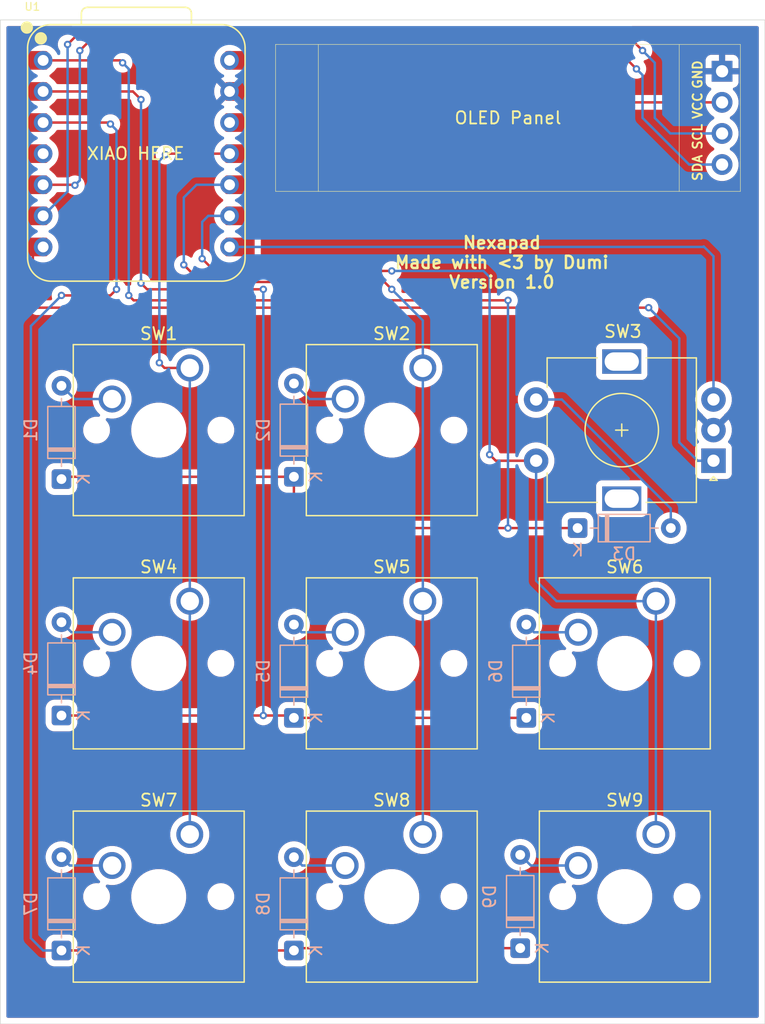
<source format=kicad_pcb>
(kicad_pcb (version 20241229) (generator "pcbnew") (generator_version "9.0")
  (layers (0 "F.Cu" signal) (2 "B.Cu" signal) (13 "F.Paste" user) (15 "B.Paste" user) (5 "F.SilkS" user "F.Silkscreen") (7 "B.SilkS" user "B.Silkscreen") (1 "F.Mask" user) (3 "B.Mask" user) (25 "Edge.Cuts" user))
  (net 0 "")
  (net 1 "Net-(SSD1306_OLED1-SDA)")
  (net 2 "Net-(SSD1306_OLED1-SCL)")
  (net 3 "+3V3")
  (net 4 "GND")
  (net 7 "ROW1")
  (net 8 "Net-(D1-A)")
  (net 9 "Net-(D2-A)")
  (net 10 "Net-(D3-A)")
  (net 11 "Net-(D4-A)")
  (net 12 "ROW2")
  (net 13 "Net-(D5-A)")
  (net 14 "Net-(D6-A)")
  (net 15 "Net-(D7-A)")
  (net 16 "ROW3")
  (net 17 "Net-(D8-A)")
  (net 18 "Net-(D9-A)")
  (net 19 "COL1")
  (net 20 "COL2")
  (net 21 "COL3")
  (net 22 "R_ENC_B")
  (net 23 "R_ENC_A")
  (footprint "Button_Switch_Keyboard:SW_Cherry_MX_1.00u_PCB" (layer "F.Cu") (at 53.99 75.47)
    (property "Reference" "SW4" (at -2.54 -2.794 0) (layer "F.SilkS"))
    (property "Value" "SW_Push_45deg")
    (fp_line (start -9.525 -1.905) (end 4.445 -1.905) (stroke (width 0.12)) (layer "F.SilkS"))
    (fp_line (start -9.525 12.065) (end -9.525 -1.905) (stroke (width 0.12)) (layer "F.SilkS"))
    (fp_line (start 4.445 -1.905) (end 4.445 12.065) (stroke (width 0.12)) (layer "F.SilkS"))
    (fp_line (start 4.445 12.065) (end -9.525 12.065) (stroke (width 0.12)) (layer "F.SilkS"))
    (pad "" np_thru_hole circle (at -7.62 5.08) (size 1.7 1.7) (drill 1.7) (layers "*.Cu" "*.Mask"))
    (pad "" np_thru_hole circle (at -2.54 5.08) (size 4 4) (drill 4) (layers "*.Cu" "*.Mask"))
    (pad "" np_thru_hole circle (at 2.54 5.08) (size 1.7 1.7) (drill 1.7) (layers "*.Cu" "*.Mask"))
    (pad "1" thru_hole circle (at 0 0) (size 2.2 2.2) (drill 1.5) (layers "*.Cu" "*.Mask") (net 19 "COL1"))
    (pad "2" thru_hole circle (at -6.35 2.54) (size 2.2 2.2) (drill 1.5) (layers "*.Cu" "*.Mask") (net 11 "Net-(D4-A)"))
  )
  (footprint "Button_Switch_Keyboard:SW_Cherry_MX_1.00u_PCB" (layer "F.Cu") (at 73.04 56.42)
    (property "Reference" "SW2" (at -2.54 -2.794 0) (layer "F.SilkS"))
    (property "Value" "SW_Push_45deg")
    (fp_line (start -9.525 -1.905) (end 4.445 -1.905) (stroke (width 0.12)) (layer "F.SilkS"))
    (fp_line (start -9.525 12.065) (end -9.525 -1.905) (stroke (width 0.12)) (layer "F.SilkS"))
    (fp_line (start 4.445 -1.905) (end 4.445 12.065) (stroke (width 0.12)) (layer "F.SilkS"))
    (fp_line (start 4.445 12.065) (end -9.525 12.065) (stroke (width 0.12)) (layer "F.SilkS"))
    (pad "" np_thru_hole circle (at -7.62 5.08) (size 1.7 1.7) (drill 1.7) (layers "*.Cu" "*.Mask"))
    (pad "" np_thru_hole circle (at -2.54 5.08) (size 4 4) (drill 4) (layers "*.Cu" "*.Mask"))
    (pad "" np_thru_hole circle (at 2.54 5.08) (size 1.7 1.7) (drill 1.7) (layers "*.Cu" "*.Mask"))
    (pad "1" thru_hole circle (at 0 0) (size 2.2 2.2) (drill 1.5) (layers "*.Cu" "*.Mask") (net 20 "COL2"))
    (pad "2" thru_hole circle (at -6.35 2.54) (size 2.2 2.2) (drill 1.5) (layers "*.Cu" "*.Mask") (net 9 "Net-(D2-A)"))
  )
  (footprint "Button_Switch_Keyboard:SW_Cherry_MX_1.00u_PCB" (layer "F.Cu") (at 53.99 94.52)
    (property "Reference" "SW7" (at -2.54 -2.794 0) (layer "F.SilkS"))
    (property "Value" "SW_Push_45deg")
    (fp_line (start -9.525 -1.905) (end 4.445 -1.905) (stroke (width 0.12)) (layer "F.SilkS"))
    (fp_line (start -9.525 12.065) (end -9.525 -1.905) (stroke (width 0.12)) (layer "F.SilkS"))
    (fp_line (start 4.445 -1.905) (end 4.445 12.065) (stroke (width 0.12)) (layer "F.SilkS"))
    (fp_line (start 4.445 12.065) (end -9.525 12.065) (stroke (width 0.12)) (layer "F.SilkS"))
    (pad "" np_thru_hole circle (at -7.62 5.08) (size 1.7 1.7) (drill 1.7) (layers "*.Cu" "*.Mask"))
    (pad "" np_thru_hole circle (at -2.54 5.08) (size 4 4) (drill 4) (layers "*.Cu" "*.Mask"))
    (pad "" np_thru_hole circle (at 2.54 5.08) (size 1.7 1.7) (drill 1.7) (layers "*.Cu" "*.Mask"))
    (pad "1" thru_hole circle (at 0 0) (size 2.2 2.2) (drill 1.5) (layers "*.Cu" "*.Mask") (net 19 "COL1"))
    (pad "2" thru_hole circle (at -6.35 2.54) (size 2.2 2.2) (drill 1.5) (layers "*.Cu" "*.Mask") (net 15 "Net-(D7-A)"))
  )
  (footprint "OPL:XIAO-RP2040-DIP" (layer "F.Cu") (at 49.62 38.92)
    (property "Reference" "U1" (at -8.5 -12 0) (layer "F.SilkS") (effects (font (size 0.635 0.635) (thickness 0.1016))))
    (property "Value" "XIAO-RP2040-DIP")
    (fp_line (start -8.89 8.509) (end -8.89 -8.636) (stroke (width 0.127)) (layer "F.SilkS"))
    (fp_line (start -6.985 10.414) (end 6.985 10.414) (stroke (width 0.127)) (layer "F.SilkS"))
    (fp_line (start -4.495 -10.541) (end -4.491272 -11.451272) (stroke (width 0.127)) (layer "F.SilkS"))
    (fp_line (start -3.991272 -11.951) (end 4.004 -11.951) (stroke (width 0.127)) (layer "F.SilkS"))
    (fp_line (start 4.504 -11.451) (end 4.504 -10.541) (stroke (width 0.127)) (layer "F.SilkS"))
    (fp_line (start 6.985 -10.541) (end -6.985 -10.541) (stroke (width 0.1)) (layer "F.SilkS"))
    (fp_line (start 6.985 -10.541) (end -6.985 -10.541) (stroke (width 0.127)) (layer "F.SilkS"))
    (fp_line (start 8.89 8.509) (end 8.89 -8.636) (stroke (width 0.127)) (layer "F.SilkS"))
    (fp_arc (start -8.89 -8.636) (mid -8.332038 -9.983038) (end -6.985 -10.541) (stroke (width 0.127)) (layer "F.SilkS"))
    (fp_arc (start -6.985 10.414) (mid -8.332038 9.856038) (end -8.89 8.509) (stroke (width 0.127)) (layer "F.SilkS"))
    (fp_arc (start -4.491272 -11.451272) (mid -4.344728 -11.80464) (end -3.991272 -11.951) (stroke (width 0.127)) (layer "F.SilkS"))
    (fp_arc (start 4.004 -11.951) (mid 4.357553 -11.804553) (end 4.504 -11.451) (stroke (width 0.127)) (layer "F.SilkS"))
    (fp_arc (start 6.985 -10.541) (mid 8.332038 -9.983038) (end 8.89 -8.636) (stroke (width 0.127)) (layer "F.SilkS"))
    (fp_arc (start 8.89 8.509) (mid 8.332038 9.856038) (end 6.985 10.414) (stroke (width 0.127)) (layer "F.SilkS"))
    (fp_circle (center -8.95 -10.3) (end -8.95 -10.554) (stroke (width 0.5)) (fill yes) (layer "F.SilkS"))
    (fp_circle (center -7.807 -9.42) (end -7.807 -9.674) (stroke (width 0.5)) (fill yes) (layer "F.SilkS"))
    (pad "1" smd roundrect (at -8.455 -7.62 180) (size 2.432 1.524) (layers "F.Cu" "F.Mask") (roundrect_rratio 0.1) (net 7 "ROW1"))
    (pad "1" thru_hole circle (at -7.62 -7.62 180) (size 1.524 1.524) (drill 0.889) (layers "*.Cu" "*.Mask") (net 7 "ROW1"))
    (pad "2" smd roundrect (at -8.455 -5.08 180) (size 2.432 1.524) (layers "F.Cu" "F.Mask") (roundrect_rratio 0.1) (net 12 "ROW2"))
    (pad "2" thru_hole circle (at -7.62 -5.08 180) (size 1.524 1.524) (drill 0.889) (layers "*.Cu" "*.Mask") (net 12 "ROW2"))
    (pad "3" smd roundrect (at -8.455 -2.54 180) (size 2.432 1.524) (layers "F.Cu" "F.Mask") (roundrect_rratio 0.1) (net 16 "ROW3"))
    (pad "3" thru_hole circle (at -7.62 -2.54 180) (size 1.524 1.524) (drill 0.889) (layers "*.Cu" "*.Mask") (net 16 "ROW3"))
    (pad "4" smd roundrect (at -8.455 0 180) (size 2.432 1.524) (layers "F.Cu" "F.Mask") (roundrect_rratio 0.1))
    (pad "4" thru_hole circle (at -7.62 0 180) (size 1.524 1.524) (drill 0.889) (layers "*.Cu" "*.Mask"))
    (pad "5" smd roundrect (at -8.455 2.54 180) (size 2.432 1.524) (layers "F.Cu" "F.Mask") (roundrect_rratio 0.1) (net 1 "Net-(SSD1306_OLED1-SDA)"))
    (pad "5" thru_hole circle (at -7.62 2.54 180) (size 1.524 1.524) (drill 0.889) (layers "*.Cu" "*.Mask") (net 1 "Net-(SSD1306_OLED1-SDA)"))
    (pad "6" smd roundrect (at -8.455 5.08 180) (size 2.432 1.524) (layers "F.Cu" "F.Mask") (roundrect_rratio 0.1) (net 2 "Net-(SSD1306_OLED1-SCL)"))
    (pad "6" thru_hole circle (at -7.62 5.08 180) (size 1.524 1.524) (drill 0.889) (layers "*.Cu" "*.Mask") (net 2 "Net-(SSD1306_OLED1-SCL)"))
    (pad "7" smd roundrect (at -8.455 7.62 180) (size 2.432 1.524) (layers "F.Cu" "F.Mask") (roundrect_rratio 0.1) (net 23 "R_ENC_A"))
    (pad "7" thru_hole circle (at -7.62 7.62 180) (size 1.524 1.524) (drill 0.889) (layers "*.Cu" "*.Mask") (net 23 "R_ENC_A"))
    (pad "8" thru_hole circle (at 7.62 7.62) (size 1.524 1.524) (drill 0.889) (layers "*.Cu" "*.Mask") (net 22 "R_ENC_B"))
    (pad "8" smd roundrect (at 8.455 7.62) (size 2.432 1.524) (layers "F.Cu" "F.Mask") (roundrect_rratio 0.1) (net 22 "R_ENC_B"))
    (pad "9" thru_hole circle (at 7.62 5.08) (size 1.524 1.524) (drill 0.889) (layers "*.Cu" "*.Mask") (net 21 "COL3"))
    (pad "9" smd roundrect (at 8.455 5.08) (size 2.432 1.524) (layers "F.Cu" "F.Mask") (roundrect_rratio 0.1) (net 21 "COL3"))
    (pad "10" thru_hole circle (at 7.62 2.54) (size 1.524 1.524) (drill 0.889) (layers "*.Cu" "*.Mask") (net 20 "COL2"))
    (pad "10" smd roundrect (at 8.455 2.54) (size 2.432 1.524) (layers "F.Cu" "F.Mask") (roundrect_rratio 0.1) (net 20 "COL2"))
    (pad "11" thru_hole circle (at 7.62 0) (size 1.524 1.524) (drill 0.889) (layers "*.Cu" "*.Mask") (net 19 "COL1"))
    (pad "11" smd roundrect (at 8.455 0) (size 2.432 1.524) (layers "F.Cu" "F.Mask") (roundrect_rratio 0.1) (net 19 "COL1"))
    (pad "12" thru_hole circle (at 7.62 -2.54) (size 1.524 1.524) (drill 0.889) (layers "*.Cu" "*.Mask") (net 3 "+3V3"))
    (pad "12" smd roundrect (at 8.455 -2.54) (size 2.432 1.524) (layers "F.Cu" "F.Mask") (roundrect_rratio 0.1) (net 3 "+3V3"))
    (pad "13" thru_hole circle (at 7.62 -5.08) (size 1.524 1.524) (drill 0.889) (layers "*.Cu" "*.Mask") (net 4 "GND"))
    (pad "13" smd roundrect (at 8.455 -5.08) (size 2.432 1.524) (layers "F.Cu" "F.Mask") (roundrect_rratio 0.1) (net 4 "GND"))
    (pad "14" thru_hole circle (at 7.62 -7.62) (size 1.524 1.524) (drill 0.889) (layers "*.Cu" "*.Mask"))
    (pad "14" smd roundrect (at 8.455 -7.62) (size 2.432 1.524) (layers "F.Cu" "F.Mask") (roundrect_rratio 0.1))
  )
  (footprint "Button_Switch_Keyboard:SW_Cherry_MX_1.00u_PCB" (layer "F.Cu") (at 73.04 75.47)
    (property "Reference" "SW5" (at -2.54 -2.794 0) (layer "F.SilkS"))
    (property "Value" "SW_Push_45deg")
    (fp_line (start -9.525 -1.905) (end 4.445 -1.905) (stroke (width 0.12)) (layer "F.SilkS"))
    (fp_line (start -9.525 12.065) (end -9.525 -1.905) (stroke (width 0.12)) (layer "F.SilkS"))
    (fp_line (start 4.445 -1.905) (end 4.445 12.065) (stroke (width 0.12)) (layer "F.SilkS"))
    (fp_line (start 4.445 12.065) (end -9.525 12.065) (stroke (width 0.12)) (layer "F.SilkS"))
    (pad "" np_thru_hole circle (at -7.62 5.08) (size 1.7 1.7) (drill 1.7) (layers "*.Cu" "*.Mask"))
    (pad "" np_thru_hole circle (at -2.54 5.08) (size 4 4) (drill 4) (layers "*.Cu" "*.Mask"))
    (pad "" np_thru_hole circle (at 2.54 5.08) (size 1.7 1.7) (drill 1.7) (layers "*.Cu" "*.Mask"))
    (pad "1" thru_hole circle (at 0 0) (size 2.2 2.2) (drill 1.5) (layers "*.Cu" "*.Mask") (net 20 "COL2"))
    (pad "2" thru_hole circle (at -6.35 2.54) (size 2.2 2.2) (drill 1.5) (layers "*.Cu" "*.Mask") (net 13 "Net-(D5-A)"))
  )
  (footprint "CustomStuff:SSD1306-0.91-OLED" (layer "F.Cu") (at 61 30)
    (property "Reference" "SSD1306_OLED1" (hide yes))
    (property "Value" "~" (hide yes))
    (fp_line (start 0 0) (end 0 12) (stroke (width 0.04)) (layer "F.SilkS"))
    (fp_line (start 0 12) (end 38 12) (stroke (width 0.04)) (layer "F.SilkS"))
    (fp_line (start 3.5 0) (end 3.5 12) (stroke (width 0.04)) (layer "F.SilkS"))
    (fp_line (start 33 0) (end 33 12) (stroke (width 0.04)) (layer "F.SilkS"))
    (fp_line (start 38 0) (end 0 0) (stroke (width 0.04)) (layer "F.SilkS"))
    (fp_line (start 38 12) (end 38 0) (stroke (width 0.04)) (layer "F.SilkS"))
    (fp_text user "GND" (at 34.5 2.46 270) (layer "F.SilkS") (effects (font (size 0.75 0.75))))
    (fp_text user "SDA" (at 34.5 10.08 270) (layer "F.SilkS") (effects (font (size 0.75 0.75))))
    (fp_text user "SCL" (at 34.5 7.54 270) (layer "F.SilkS") (effects (font (size 0.75 0.75))))
    (fp_text user "VCC" (at 34.5 5 270) (layer "F.SilkS") (effects (font (size 0.75 0.75))))
    (fp_text user "OLED Panel" (at 19 6 0) (layer "F.SilkS"))
    (pad "1" thru_hole rect (at 36.5 2.19) (size 1.7 1.7) (drill 1) (layers "*.Cu" "*.Mask") (net 4 "GND"))
    (pad "2" thru_hole oval (at 36.5 4.73) (size 1.7 1.7) (drill 1) (layers "*.Cu" "*.Mask") (net 3 "+3V3"))
    (pad "3" thru_hole oval (at 36.5 7.27) (size 1.7 1.7) (drill 1) (layers "*.Cu" "*.Mask") (net 2 "Net-(SSD1306_OLED1-SCL)"))
    (pad "4" thru_hole oval (at 36.5 9.81) (size 1.7 1.7) (drill 1) (layers "*.Cu" "*.Mask") (net 1 "Net-(SSD1306_OLED1-SDA)"))
  )
  (footprint "Button_Switch_Keyboard:SW_Cherry_MX_1.00u_PCB" (layer "F.Cu") (at 73.04 94.52)
    (property "Reference" "SW8" (at -2.54 -2.794 0) (layer "F.SilkS"))
    (property "Value" "SW_Push_45deg")
    (fp_line (start -9.525 -1.905) (end 4.445 -1.905) (stroke (width 0.12)) (layer "F.SilkS"))
    (fp_line (start -9.525 12.065) (end -9.525 -1.905) (stroke (width 0.12)) (layer "F.SilkS"))
    (fp_line (start 4.445 -1.905) (end 4.445 12.065) (stroke (width 0.12)) (layer "F.SilkS"))
    (fp_line (start 4.445 12.065) (end -9.525 12.065) (stroke (width 0.12)) (layer "F.SilkS"))
    (pad "" np_thru_hole circle (at -7.62 5.08) (size 1.7 1.7) (drill 1.7) (layers "*.Cu" "*.Mask"))
    (pad "" np_thru_hole circle (at -2.54 5.08) (size 4 4) (drill 4) (layers "*.Cu" "*.Mask"))
    (pad "" np_thru_hole circle (at 2.54 5.08) (size 1.7 1.7) (drill 1.7) (layers "*.Cu" "*.Mask"))
    (pad "1" thru_hole circle (at 0 0) (size 2.2 2.2) (drill 1.5) (layers "*.Cu" "*.Mask") (net 20 "COL2"))
    (pad "2" thru_hole circle (at -6.35 2.54) (size 2.2 2.2) (drill 1.5) (layers "*.Cu" "*.Mask") (net 17 "Net-(D8-A)"))
  )
  (footprint "Button_Switch_Keyboard:SW_Cherry_MX_1.00u_PCB" (layer "F.Cu") (at 92.09 94.52)
    (property "Reference" "SW9" (at -2.54 -2.794 0) (layer "F.SilkS"))
    (property "Value" "SW_Push_45deg")
    (fp_line (start -9.525 -1.905) (end 4.445 -1.905) (stroke (width 0.12)) (layer "F.SilkS"))
    (fp_line (start -9.525 12.065) (end -9.525 -1.905) (stroke (width 0.12)) (layer "F.SilkS"))
    (fp_line (start 4.445 -1.905) (end 4.445 12.065) (stroke (width 0.12)) (layer "F.SilkS"))
    (fp_line (start 4.445 12.065) (end -9.525 12.065) (stroke (width 0.12)) (layer "F.SilkS"))
    (pad "" np_thru_hole circle (at -7.62 5.08) (size 1.7 1.7) (drill 1.7) (layers "*.Cu" "*.Mask"))
    (pad "" np_thru_hole circle (at -2.54 5.08) (size 4 4) (drill 4) (layers "*.Cu" "*.Mask"))
    (pad "" np_thru_hole circle (at 2.54 5.08) (size 1.7 1.7) (drill 1.7) (layers "*.Cu" "*.Mask"))
    (pad "1" thru_hole circle (at 0 0) (size 2.2 2.2) (drill 1.5) (layers "*.Cu" "*.Mask") (net 21 "COL3"))
    (pad "2" thru_hole circle (at -6.35 2.54) (size 2.2 2.2) (drill 1.5) (layers "*.Cu" "*.Mask") (net 18 "Net-(D9-A)"))
  )
  (footprint "Button_Switch_Keyboard:SW_Cherry_MX_1.00u_PCB" (layer "F.Cu") (at 92.09 75.47)
    (property "Reference" "SW6" (at -2.54 -2.794 0) (layer "F.SilkS"))
    (property "Value" "SW_Push_45deg")
    (fp_line (start -9.525 -1.905) (end 4.445 -1.905) (stroke (width 0.12)) (layer "F.SilkS"))
    (fp_line (start -9.525 12.065) (end -9.525 -1.905) (stroke (width 0.12)) (layer "F.SilkS"))
    (fp_line (start 4.445 -1.905) (end 4.445 12.065) (stroke (width 0.12)) (layer "F.SilkS"))
    (fp_line (start 4.445 12.065) (end -9.525 12.065) (stroke (width 0.12)) (layer "F.SilkS"))
    (pad "" np_thru_hole circle (at -7.62 5.08) (size 1.7 1.7) (drill 1.7) (layers "*.Cu" "*.Mask"))
    (pad "" np_thru_hole circle (at -2.54 5.08) (size 4 4) (drill 4) (layers "*.Cu" "*.Mask"))
    (pad "" np_thru_hole circle (at 2.54 5.08) (size 1.7 1.7) (drill 1.7) (layers "*.Cu" "*.Mask"))
    (pad "1" thru_hole circle (at 0 0) (size 2.2 2.2) (drill 1.5) (layers "*.Cu" "*.Mask") (net 21 "COL3"))
    (pad "2" thru_hole circle (at -6.35 2.54) (size 2.2 2.2) (drill 1.5) (layers "*.Cu" "*.Mask") (net 14 "Net-(D6-A)"))
  )
  (footprint "Button_Switch_Keyboard:SW_Cherry_MX_1.00u_PCB" (layer "F.Cu") (at 53.99 56.42)
    (property "Reference" "SW1" (at -2.54 -2.794 0) (layer "F.SilkS"))
    (property "Value" "SW_Push_45deg")
    (fp_line (start -9.525 -1.905) (end 4.445 -1.905) (stroke (width 0.12)) (layer "F.SilkS"))
    (fp_line (start -9.525 12.065) (end -9.525 -1.905) (stroke (width 0.12)) (layer "F.SilkS"))
    (fp_line (start 4.445 -1.905) (end 4.445 12.065) (stroke (width 0.12)) (layer "F.SilkS"))
    (fp_line (start 4.445 12.065) (end -9.525 12.065) (stroke (width 0.12)) (layer "F.SilkS"))
    (pad "" np_thru_hole circle (at -7.62 5.08) (size 1.7 1.7) (drill 1.7) (layers "*.Cu" "*.Mask"))
    (pad "" np_thru_hole circle (at -2.54 5.08) (size 4 4) (drill 4) (layers "*.Cu" "*.Mask"))
    (pad "" np_thru_hole circle (at 2.54 5.08) (size 1.7 1.7) (drill 1.7) (layers "*.Cu" "*.Mask"))
    (pad "1" thru_hole circle (at 0 0) (size 2.2 2.2) (drill 1.5) (layers "*.Cu" "*.Mask") (net 19 "COL1"))
    (pad "2" thru_hole circle (at -6.35 2.54) (size 2.2 2.2) (drill 1.5) (layers "*.Cu" "*.Mask") (net 8 "Net-(D1-A)"))
  )
  (footprint "RotaryEncoder:RotaryEncoder_Alps_EC11E-Switch_Vertical_H20mm" (layer "F.Cu") (at 96.8 64 180)
    (property "Reference" "SW3" (at 7.40625 10.55625 0) (layer "F.SilkS"))
    (property "Value" "RotaryEncoder_Switch")
    (fp_line (start 13.6 8.4) (end 9.5 8.4) (stroke (width 0.12)) (layer "F.SilkS"))
    (fp_line (start 13.6 6) (end 13.6 8.4) (stroke (width 0.12)) (layer "F.SilkS"))
    (fp_line (start 13.6 1.2) (end 13.6 3.8) (stroke (width 0.12)) (layer "F.SilkS"))
    (fp_line (start 13.6 -3.4) (end 13.6 -1) (stroke (width 0.12)) (layer "F.SilkS"))
    (fp_line (start 9.5 -3.4) (end 13.6 -3.4) (stroke (width 0.12)) (layer "F.SilkS"))
    (fp_line (start 7.5 2) (end 7.5 3) (stroke (width 0.12)) (layer "F.SilkS"))
    (fp_line (start 7 2.5) (end 8 2.5) (stroke (width 0.12)) (layer "F.SilkS"))
    (fp_line (start 5.5 8.4) (end 1.4 8.4) (stroke (width 0.12)) (layer "F.SilkS"))
    (fp_line (start 5.5 -3.4) (end 1.4 -3.4) (stroke (width 0.12)) (layer "F.SilkS"))
    (fp_line (start 1.4 -3.4) (end 1.4 8.4) (stroke (width 0.12)) (layer "F.SilkS"))
    (fp_line (start 0.3 -1.6) (end 0 -1.3) (stroke (width 0.12)) (layer "F.SilkS"))
    (fp_line (start 0 -1.3) (end -0.3 -1.6) (stroke (width 0.12)) (layer "F.SilkS"))
    (fp_line (start -0.3 -1.6) (end 0.3 -1.6) (stroke (width 0.12)) (layer "F.SilkS"))
    (fp_circle (center 7.5 2.5) (end 10.5 2.5) (stroke (width 0.12)) (fill no) (layer "F.SilkS"))
    (pad "A" thru_hole rect (at 0 0 180) (size 2 2) (drill 1) (layers "*.Cu" "*.Mask") (net 23 "R_ENC_A"))
    (pad "B" thru_hole circle (at 0 5 180) (size 2 2) (drill 1) (layers "*.Cu" "*.Mask") (net 22 "R_ENC_B"))
    (pad "C" thru_hole circle (at 0 2.5 180) (size 2 2) (drill 1) (layers "*.Cu" "*.Mask") (net 4 "GND"))
    (pad "MP" thru_hole rect (at 7.5 -3.1 180) (size 3.2 2) (drill oval 2.8 1.5) (layers "*.Cu" "*.Mask"))
    (pad "MP" thru_hole rect (at 7.5 8.1 180) (size 3.2 2) (drill oval 2.8 1.5) (layers "*.Cu" "*.Mask"))
    (pad "S1" thru_hole circle (at 14.5 5 180) (size 2 2) (drill 1) (layers "*.Cu" "*.Mask") (net 10 "Net-(D3-A)"))
    (pad "S2" thru_hole circle (at 14.5 0 180) (size 2 2) (drill 1) (layers "*.Cu" "*.Mask") (net 21 "COL3"))
  )
  (footprint "Diode_THT:D_DO-35_SOD27_P7.62mm_Horizontal" (layer "B.Cu") (at 62.5 85 90)
    (property "Reference" "D5" (at 3.81 -2.5 90) (layer "B.SilkS") (effects (justify mirror)))
    (property "Value" "1N4148")
    (fp_line (start 6.58 0) (end 5.93 0) (stroke (width 0.12)) (layer "B.SilkS"))
    (fp_line (start 1.04 0) (end 1.69 0) (stroke (width 0.12)) (layer "B.SilkS"))
    (fp_line (start 2.53 1.12) (end 2.53 -1.12) (stroke (width 0.12)) (layer "B.SilkS"))
    (fp_line (start 2.41 1.12) (end 2.41 -1.12) (stroke (width 0.12)) (layer "B.SilkS"))
    (fp_line (start 2.29 1.12) (end 2.29 -1.12) (stroke (width 0.12)) (layer "B.SilkS"))
    (fp_rect (start 1.69 1.12) (end 5.93 -1.12) (stroke (width 0.12)) (fill no) (layer "B.SilkS"))
    (fp_text user "K" (at 0 1.8 90) (layer "B.SilkS") (effects (justify mirror)))
    (pad "1" thru_hole roundrect (at 0 0 90) (size 1.6 1.6) (drill 0.8) (layers "*.Cu" "*.Mask") (roundrect_rratio 0.15625) (net 12 "ROW2"))
    (pad "2" thru_hole circle (at 7.62 0 90) (size 1.6 1.6) (drill 0.8) (layers "*.Cu" "*.Mask") (net 13 "Net-(D5-A)"))
  )
  (footprint "Diode_THT:D_DO-35_SOD27_P7.62mm_Horizontal" (layer "B.Cu") (at 85.69 69.5)
    (property "Reference" "D3" (at 3.81 2.12 0) (layer "B.SilkS") (effects (justify mirror)))
    (property "Value" "1N4148")
    (fp_line (start 1.04 0) (end 1.69 0) (stroke (width 0.12)) (layer "B.SilkS"))
    (fp_line (start 2.29 1.12) (end 2.29 -1.12) (stroke (width 0.12)) (layer "B.SilkS"))
    (fp_line (start 2.41 1.12) (end 2.41 -1.12) (stroke (width 0.12)) (layer "B.SilkS"))
    (fp_line (start 2.53 1.12) (end 2.53 -1.12) (stroke (width 0.12)) (layer "B.SilkS"))
    (fp_line (start 6.58 0) (end 5.93 0) (stroke (width 0.12)) (layer "B.SilkS"))
    (fp_rect (start 1.69 1.12) (end 5.93 -1.12) (stroke (width 0.12)) (fill no) (layer "B.SilkS"))
    (fp_text user "K" (at 0 1.8 0) (layer "B.SilkS") (effects (justify mirror)))
    (pad "1" thru_hole roundrect (at 0 0) (size 1.6 1.6) (drill 0.8) (layers "*.Cu" "*.Mask") (roundrect_rratio 0.15625) (net 7 "ROW1"))
    (pad "2" thru_hole circle (at 7.62 0) (size 1.6 1.6) (drill 0.8) (layers "*.Cu" "*.Mask") (net 10 "Net-(D3-A)"))
  )
  (footprint "Diode_THT:D_DO-35_SOD27_P7.62mm_Horizontal" (layer "B.Cu") (at 43.5 84.81 90)
    (property "Reference" "D4" (at 4.26 -2.5 90) (layer "B.SilkS") (effects (justify mirror)))
    (property "Value" "1N4148")
    (fp_line (start 6.58 0) (end 5.93 0) (stroke (width 0.12)) (layer "B.SilkS"))
    (fp_line (start 1.04 0) (end 1.69 0) (stroke (width 0.12)) (layer "B.SilkS"))
    (fp_line (start 2.53 1.12) (end 2.53 -1.12) (stroke (width 0.12)) (layer "B.SilkS"))
    (fp_line (start 2.41 1.12) (end 2.41 -1.12) (stroke (width 0.12)) (layer "B.SilkS"))
    (fp_line (start 2.29 1.12) (end 2.29 -1.12) (stroke (width 0.12)) (layer "B.SilkS"))
    (fp_rect (start 1.69 1.12) (end 5.93 -1.12) (stroke (width 0.12)) (fill no) (layer "B.SilkS"))
    (fp_text user "K" (at 0 1.8 90) (layer "B.SilkS") (effects (justify mirror)))
    (pad "1" thru_hole roundrect (at 0 0 90) (size 1.6 1.6) (drill 0.8) (layers "*.Cu" "*.Mask") (roundrect_rratio 0.15625) (net 12 "ROW2"))
    (pad "2" thru_hole circle (at 7.62 0 90) (size 1.6 1.6) (drill 0.8) (layers "*.Cu" "*.Mask") (net 11 "Net-(D4-A)"))
  )
  (footprint "Diode_THT:D_DO-35_SOD27_P7.62mm_Horizontal" (layer "B.Cu") (at 43.5 65.5 90)
    (property "Reference" "D1" (at 4 -2.5 90) (layer "B.SilkS") (effects (justify mirror)))
    (property "Value" "1N4148")
    (fp_line (start 6.58 0) (end 5.93 0) (stroke (width 0.12)) (layer "B.SilkS"))
    (fp_line (start 1.04 0) (end 1.69 0) (stroke (width 0.12)) (layer "B.SilkS"))
    (fp_line (start 2.53 1.12) (end 2.53 -1.12) (stroke (width 0.12)) (layer "B.SilkS"))
    (fp_line (start 2.41 1.12) (end 2.41 -1.12) (stroke (width 0.12)) (layer "B.SilkS"))
    (fp_line (start 2.29 1.12) (end 2.29 -1.12) (stroke (width 0.12)) (layer "B.SilkS"))
    (fp_rect (start 1.69 1.12) (end 5.93 -1.12) (stroke (width 0.12)) (fill no) (layer "B.SilkS"))
    (fp_text user "K" (at 0 1.8 90) (layer "B.SilkS") (effects (justify mirror)))
    (pad "1" thru_hole roundrect (at 0 0 90) (size 1.6 1.6) (drill 0.8) (layers "*.Cu" "*.Mask") (roundrect_rratio 0.15625) (net 7 "ROW1"))
    (pad "2" thru_hole circle (at 7.62 0 90) (size 1.6 1.6) (drill 0.8) (layers "*.Cu" "*.Mask") (net 8 "Net-(D1-A)"))
  )
  (footprint "Diode_THT:D_DO-35_SOD27_P7.62mm_Horizontal" (layer "B.Cu") (at 81.5 85 90)
    (property "Reference" "D6" (at 3.81 -2.5 90) (layer "B.SilkS") (effects (justify mirror)))
    (property "Value" "1N4148")
    (fp_line (start 6.58 0) (end 5.93 0) (stroke (width 0.12)) (layer "B.SilkS"))
    (fp_line (start 1.04 0) (end 1.69 0) (stroke (width 0.12)) (layer "B.SilkS"))
    (fp_line (start 2.53 1.12) (end 2.53 -1.12) (stroke (width 0.12)) (layer "B.SilkS"))
    (fp_line (start 2.41 1.12) (end 2.41 -1.12) (stroke (width 0.12)) (layer "B.SilkS"))
    (fp_line (start 2.29 1.12) (end 2.29 -1.12) (stroke (width 0.12)) (layer "B.SilkS"))
    (fp_rect (start 1.69 1.12) (end 5.93 -1.12) (stroke (width 0.12)) (fill no) (layer "B.SilkS"))
    (fp_text user "K" (at 0 1.8 90) (layer "B.SilkS") (effects (justify mirror)))
    (pad "1" thru_hole roundrect (at 0 0 90) (size 1.6 1.6) (drill 0.8) (layers "*.Cu" "*.Mask") (roundrect_rratio 0.15625) (net 12 "ROW2"))
    (pad "2" thru_hole circle (at 7.62 0 90) (size 1.6 1.6) (drill 0.8) (layers "*.Cu" "*.Mask") (net 14 "Net-(D6-A)"))
  )
  (footprint "Diode_THT:D_DO-35_SOD27_P7.62mm_Horizontal" (layer "B.Cu") (at 62.5 65.31 90)
    (property "Reference" "D2" (at 3.81 -2.5 90) (layer "B.SilkS") (effects (justify mirror)))
    (property "Value" "1N4148")
    (fp_line (start 6.58 0) (end 5.93 0) (stroke (width 0.12)) (layer "B.SilkS"))
    (fp_line (start 1.04 0) (end 1.69 0) (stroke (width 0.12)) (layer "B.SilkS"))
    (fp_line (start 2.53 1.12) (end 2.53 -1.12) (stroke (width 0.12)) (layer "B.SilkS"))
    (fp_line (start 2.41 1.12) (end 2.41 -1.12) (stroke (width 0.12)) (layer "B.SilkS"))
    (fp_line (start 2.29 1.12) (end 2.29 -1.12) (stroke (width 0.12)) (layer "B.SilkS"))
    (fp_rect (start 1.69 1.12) (end 5.93 -1.12) (stroke (width 0.12)) (fill no) (layer "B.SilkS"))
    (fp_text user "K" (at 0 1.8 90) (layer "B.SilkS") (effects (justify mirror)))
    (pad "1" thru_hole roundrect (at 0 0 90) (size 1.6 1.6) (drill 0.8) (layers "*.Cu" "*.Mask") (roundrect_rratio 0.15625) (net 7 "ROW1"))
    (pad "2" thru_hole circle (at 7.62 0 90) (size 1.6 1.6) (drill 0.8) (layers "*.Cu" "*.Mask") (net 9 "Net-(D2-A)"))
  )
  (footprint "Diode_THT:D_DO-35_SOD27_P7.62mm_Horizontal" (layer "B.Cu") (at 43.5 104 90)
    (property "Reference" "D7" (at 3.81 -2.5 90) (layer "B.SilkS") (effects (justify mirror)))
    (property "Value" "1N4148")
    (fp_line (start 6.58 0) (end 5.93 0) (stroke (width 0.12)) (layer "B.SilkS"))
    (fp_line (start 1.04 0) (end 1.69 0) (stroke (width 0.12)) (layer "B.SilkS"))
    (fp_line (start 2.53 1.12) (end 2.53 -1.12) (stroke (width 0.12)) (layer "B.SilkS"))
    (fp_line (start 2.41 1.12) (end 2.41 -1.12) (stroke (width 0.12)) (layer "B.SilkS"))
    (fp_line (start 2.29 1.12) (end 2.29 -1.12) (stroke (width 0.12)) (layer "B.SilkS"))
    (fp_rect (start 1.69 1.12) (end 5.93 -1.12) (stroke (width 0.12)) (fill no) (layer "B.SilkS"))
    (fp_text user "K" (at 0 1.8 90) (layer "B.SilkS") (effects (justify mirror)))
    (pad "1" thru_hole roundrect (at 0 0 90) (size 1.6 1.6) (drill 0.8) (layers "*.Cu" "*.Mask") (roundrect_rratio 0.15625) (net 16 "ROW3"))
    (pad "2" thru_hole circle (at 7.62 0 90) (size 1.6 1.6) (drill 0.8) (layers "*.Cu" "*.Mask") (net 15 "Net-(D7-A)"))
  )
  (footprint "Diode_THT:D_DO-35_SOD27_P7.62mm_Horizontal" (layer "B.Cu") (at 81 103.81 90)
    (property "Reference" "D9" (at 4.21 -2.5 90) (layer "B.SilkS") (effects (justify mirror)))
    (property "Value" "1N4148")
    (fp_line (start 6.58 0) (end 5.93 0) (stroke (width 0.12)) (layer "B.SilkS"))
    (fp_line (start 1.04 0) (end 1.69 0) (stroke (width 0.12)) (layer "B.SilkS"))
    (fp_line (start 2.53 1.12) (end 2.53 -1.12) (stroke (width 0.12)) (layer "B.SilkS"))
    (fp_line (start 2.41 1.12) (end 2.41 -1.12) (stroke (width 0.12)) (layer "B.SilkS"))
    (fp_line (start 2.29 1.12) (end 2.29 -1.12) (stroke (width 0.12)) (layer "B.SilkS"))
    (fp_rect (start 1.69 1.12) (end 5.93 -1.12) (stroke (width 0.12)) (fill no) (layer "B.SilkS"))
    (fp_text user "K" (at 0 1.8 90) (layer "B.SilkS") (effects (justify mirror)))
    (pad "1" thru_hole roundrect (at 0 0 90) (size 1.6 1.6) (drill 0.8) (layers "*.Cu" "*.Mask") (roundrect_rratio 0.15625) (net 16 "ROW3"))
    (pad "2" thru_hole circle (at 7.62 0 90) (size 1.6 1.6) (drill 0.8) (layers "*.Cu" "*.Mask") (net 18 "Net-(D9-A)"))
  )
  (footprint "Diode_THT:D_DO-35_SOD27_P7.62mm_Horizontal" (layer "B.Cu") (at 62.5 104 90)
    (property "Reference" "D8" (at 3.81 -2.5 90) (layer "B.SilkS") (effects (justify mirror)))
    (property "Value" "1N4148")
    (fp_line (start 6.58 0) (end 5.93 0) (stroke (width 0.12)) (layer "B.SilkS"))
    (fp_line (start 1.04 0) (end 1.69 0) (stroke (width 0.12)) (layer "B.SilkS"))
    (fp_line (start 2.53 1.12) (end 2.53 -1.12) (stroke (width 0.12)) (layer "B.SilkS"))
    (fp_line (start 2.41 1.12) (end 2.41 -1.12) (stroke (width 0.12)) (layer "B.SilkS"))
    (fp_line (start 2.29 1.12) (end 2.29 -1.12) (stroke (width 0.12)) (layer "B.SilkS"))
    (fp_rect (start 1.69 1.12) (end 5.93 -1.12) (stroke (width 0.12)) (fill no) (layer "B.SilkS"))
    (fp_text user "K" (at 0 1.8 90) (layer "B.SilkS") (effects (justify mirror)))
    (pad "1" thru_hole roundrect (at 0 0 90) (size 1.6 1.6) (drill 0.8) (layers "*.Cu" "*.Mask") (roundrect_rratio 0.15625) (net 16 "ROW3"))
    (pad "2" thru_hole circle (at 7.62 0 90) (size 1.6 1.6) (drill 0.8) (layers "*.Cu" "*.Mask") (net 17 "Net-(D8-A)"))
  )
  (gr_rect (start 38.5 28) (end 101 110) (stroke (width 0.05)) (fill no) (layer "Edge.Cuts"))
  (gr_text "Nexapad\nMade with <3 by Dumi\nVersion 1.0" (at 79.5 50 0) (layer "F.SilkS") (effects (font (size 1 1) (thickness 0.2) (bold yes)) (justify bottom)))
  (gr_text "XIAO HERE" (at 45.5 39.5 0) (layer "F.SilkS") (effects (font (size 1 1)) (justify left bottom)))
  (segment (start 90.5 32) (end 88 29.5) (width 0.2) (layer "F.Cu") (net 1))
  (segment (start 44.6 41.5) (end 44.56 41.46) (width 0.2) (layer "F.Cu") (net 1))
  (segment (start 88 29.5) (end 46 29.5) (width 0.2) (layer "F.Cu") (net 1))
  (segment (start 44.56 41.46) (end 42 41.46) (width 0.2) (layer "F.Cu") (net 1))
  (segment (start 46 29.5) (end 45 30.5) (width 0.2) (layer "F.Cu") (net 1))
  (via (at 44.6 41.5) (size 0.6) (drill 0.3) (layers "F.Cu" "B.Cu") (net 1))
  (via (at 45 30.5) (size 0.6) (drill 0.3) (layers "F.Cu" "B.Cu") (net 1))
  (via (at 90.5 32) (size 0.6) (drill 0.3) (layers "F.Cu" "B.Cu") (net 1))
  (segment (start 97.5 39.81) (end 94.81 39.81) (width 0.2) (layer "B.Cu") (net 1))
  (segment (start 91 32.5) (end 90.5 32) (width 0.2) (layer "B.Cu") (net 1))
  (segment (start 94.81 39.81) (end 91 36) (width 0.2) (layer "B.Cu") (net 1))
  (segment (start 45 30.5) (end 45 41.1) (width 0.2) (layer "B.Cu") (net 1))
  (segment (start 91 36) (end 91 32.5) (width 0.2) (layer "B.Cu") (net 1))
  (segment (start 45 41.1) (end 44.6 41.5) (width 0.2) (layer "B.Cu") (net 1))
  (segment (start 44.901 29.099) (end 44 30) (width 0.2) (layer "F.Cu") (net 2))
  (segment (start 91 30.5) (end 89.599 29.099) (width 0.2) (layer "F.Cu") (net 2))
  (segment (start 89.599 29.099) (end 44.901 29.099) (width 0.2) (layer "F.Cu") (net 2))
  (via (at 44 30) (size 0.6) (drill 0.3) (layers "F.Cu" "B.Cu") (net 2))
  (via (at 91 30.5) (size 0.6) (drill 0.3) (layers "F.Cu" "B.Cu") (net 2))
  (segment (start 92 31.5) (end 91 30.5) (width 0.2) (layer "B.Cu") (net 2))
  (segment (start 93.27 37.27) (end 92.5 36.5) (width 0.2) (layer "B.Cu") (net 2))
  (segment (start 92 36) (end 92 32) (width 0.2) (layer "B.Cu") (net 2))
  (segment (start 92.5 36.5) (end 92 36) (width 0.2) (layer "B.Cu") (net 2))
  (segment (start 44 30) (end 44 42) (width 0.2) (layer "B.Cu") (net 2))
  (segment (start 97.5 37.27) (end 93.27 37.27) (width 0.2) (layer "B.Cu") (net 2))
  (segment (start 92 32) (end 92 31.5) (width 0.2) (layer "B.Cu") (net 2))
  (segment (start 44 42) (end 42 44) (width 0.2) (layer "B.Cu") (net 2))
  (segment (start 59.5 35) (end 59.455 35) (width 0.2) (layer "F.Cu") (net 3))
  (segment (start 59.455 35) (end 58.075 36.38) (width 0.2) (layer "F.Cu") (net 3))
  (segment (start 59.77 34.73) (end 59.5 35) (width 0.2) (layer "F.Cu") (net 3))
  (segment (start 97.5 34.73) (end 59.77 34.73) (width 0.2) (layer "F.Cu") (net 3))
  (segment (start 48.3 31.3) (end 41.165 31.3) (width 0.2) (layer "F.Cu") (net 7))
  (segment (start 85.69 69.5) (end 80 69.5) (width 0.2) (layer "F.Cu") (net 7))
  (segment (start 49.4 50.9) (end 49 50.5) (width 0.2) (layer "F.Cu") (net 7))
  (segment (start 48.5 31.5) (end 48.3 31.3) (width 0.2) (layer "F.Cu") (net 7))
  (segment (start 80 69.5) (end 63 69.5) (width 0.2) (layer "F.Cu") (net 7))
  (segment (start 63 69.5) (end 62.5 69) (width 0.2) (layer "F.Cu") (net 7))
  (segment (start 80 50.9) (end 49.4 50.9) (width 0.2) (layer "F.Cu") (net 7))
  (segment (start 62.5 69) (end 62.5 65.31) (width 0.2) (layer "F.Cu") (net 7))
  (segment (start 43.69 65.31) (end 43.5 65.5) (width 0.2) (layer "F.Cu") (net 7))
  (segment (start 62.5 65.31) (end 43.69 65.31) (width 0.2) (layer "F.Cu") (net 7))
  (via (at 48.5 31.5) (size 0.6) (drill 0.3) (layers "F.Cu" "B.Cu") (net 7))
  (via (at 80 50.9) (size 0.6) (drill 0.3) (layers "F.Cu" "B.Cu") (net 7))
  (via (at 80 69.5) (size 0.6) (drill 0.3) (layers "F.Cu" "B.Cu") (net 7))
  (via (at 49 50.5) (size 0.6) (drill 0.3) (layers "F.Cu" "B.Cu") (net 7))
  (segment (start 80 69.5) (end 80 50.9) (width 0.2) (layer "B.Cu") (net 7))
  (segment (start 43.69 65.31) (end 43.5 65.5) (width 0.2) (layer "B.Cu") (net 7))
  (segment (start 49 32) (end 48.5 31.5) (width 0.2) (layer "B.Cu") (net 7))
  (segment (start 49 50.5) (end 49 32) (width 0.2) (layer "B.Cu") (net 7))
  (segment (start 44.58 58.96) (end 43.5 57.88) (width 0.2) (layer "B.Cu") (net 8))
  (segment (start 47.64 58.96) (end 44.58 58.96) (width 0.2) (layer "B.Cu") (net 8))
  (segment (start 63.77 58.96) (end 62.5 57.69) (width 0.2) (layer "B.Cu") (net 9))
  (segment (start 66.69 58.96) (end 63.77 58.96) (width 0.2) (layer "B.Cu") (net 9))
  (segment (start 84.402 59) (end 93.31 67.908) (width 0.2) (layer "B.Cu") (net 10))
  (segment (start 93.31 67.908) (end 93.31 69.5) (width 0.2) (layer "B.Cu") (net 10))
  (segment (start 82.3 59) (end 84.402 59) (width 0.2) (layer "B.Cu") (net 10))
  (segment (start 44.32 78.01) (end 43.5 77.19) (width 0.2) (layer "B.Cu") (net 11))
  (segment (start 47.64 78.01) (end 44.32 78.01) (width 0.2) (layer "B.Cu") (net 11))
  (segment (start 43.5 84.81) (end 60 84.81) (width 0.2) (layer "F.Cu") (net 12))
  (segment (start 60 84.81) (end 62.31 84.81) (width 0.2) (layer "F.Cu") (net 12))
  (segment (start 50 34.5) (end 49.34 33.84) (width 0.2) (layer "F.Cu") (net 12))
  (segment (start 49.34 33.84) (end 42 33.84) (width 0.2) (layer "F.Cu") (net 12))
  (segment (start 81.5 85) (end 62.5 85) (width 0.2) (layer "F.Cu") (net 12))
  (segment (start 62.31 84.81) (end 62.5 85) (width 0.2) (layer "F.Cu") (net 12))
  (segment (start 60 50) (end 50.5 50) (width 0.2) (layer "F.Cu") (net 12))
  (segment (start 50.5 50) (end 50 49.5) (width 0.2) (layer "F.Cu") (net 12))
  (via (at 50 34.5) (size 0.6) (drill 0.3) (layers "F.Cu" "B.Cu") (net 12))
  (via (at 60 84.81) (size 0.6) (drill 0.3) (layers "F.Cu" "B.Cu") (net 12))
  (via (at 60 50) (size 0.6) (drill 0.3) (layers "F.Cu" "B.Cu") (net 12))
  (via (at 50 49.5) (size 0.6) (drill 0.3) (layers "F.Cu" "B.Cu") (net 12))
  (segment (start 50 49.5) (end 50 34.5) (width 0.2) (layer "B.Cu") (net 12))
  (segment (start 43.69 85) (end 43.5 84.81) (width 0.2) (layer "B.Cu") (net 12))
  (segment (start 60 84.81) (end 60 50) (width 0.2) (layer "B.Cu") (net 12))
  (segment (start 63.13 78.01) (end 62.5 77.38) (width 0.2) (layer "B.Cu") (net 13))
  (segment (start 66.69 78.01) (end 63.13 78.01) (width 0.2) (layer "B.Cu") (net 13))
  (segment (start 85.74 78.01) (end 82.13 78.01) (width 0.2) (layer "B.Cu") (net 14))
  (segment (start 82.13 78.01) (end 81.5 77.38) (width 0.2) (layer "B.Cu") (net 14))
  (segment (start 47.64 97.06) (end 44.18 97.06) (width 0.2) (layer "B.Cu") (net 15))
  (segment (start 44.18 97.06) (end 43.5 96.38) (width 0.2) (layer "B.Cu") (net 15))
  (segment (start 62.5 104) (end 43.5 104) (width 0.2) (layer "F.Cu") (net 16))
  (segment (start 81 103.81) (end 62.69 103.81) (width 0.2) (layer "F.Cu") (net 16))
  (segment (start 62.69 103.81) (end 62.5 104) (width 0.2) (layer "F.Cu") (net 16))
  (segment (start 43.5 50.5) (end 47.5 50.5) (width 0.2) (layer "F.Cu") (net 16))
  (segment (start 47.5 36.5) (end 47.38 36.38) (width 0.2) (layer "F.Cu") (net 16))
  (segment (start 47.5 50.5) (end 48 50) (width 0.2) (layer "F.Cu") (net 16))
  (segment (start 47.38 36.38) (end 41.165 36.38) (width 0.2) (layer "F.Cu") (net 16))
  (via (at 43.5 50.5) (size 0.6) (drill 0.3) (layers "F.Cu" "B.Cu") (net 16))
  (via (at 47.5 36.5) (size 0.6) (drill 0.3) (layers "F.Cu" "B.Cu") (net 16))
  (via (at 48 50) (size 0.6) (drill 0.3) (layers "F.Cu" "B.Cu") (net 16))
  (segment (start 42 104) (end 41 103) (width 0.2) (layer "B.Cu") (net 16))
  (segment (start 41 53) (end 43.5 50.5) (width 0.2) (layer "B.Cu") (net 16))
  (segment (start 43.5 104) (end 42 104) (width 0.2) (layer "B.Cu") (net 16))
  (segment (start 48 37) (end 47.5 36.5) (width 0.2) (layer "B.Cu") (net 16))
  (segment (start 48 50) (end 48 37) (width 0.2) (layer "B.Cu") (net 16))
  (segment (start 62.69 103.81) (end 62.5 104) (width 0.2) (layer "B.Cu") (net 16))
  (segment (start 41 103) (end 41 53) (width 0.2) (layer "B.Cu") (net 16))
  (segment (start 63.18 97.06) (end 62.5 96.38) (width 0.2) (layer "B.Cu") (net 17))
  (segment (start 66.69 97.06) (end 63.18 97.06) (width 0.2) (layer "B.Cu") (net 17))
  (segment (start 85.74 97.06) (end 81.87 97.06) (width 0.2) (layer "B.Cu") (net 18))
  (segment (start 81.87 97.06) (end 81 96.19) (width 0.2) (layer "B.Cu") (net 18))
  (segment (start 52 39) (end 52.08 38.92) (width 0.2) (layer "F.Cu") (net 19))
  (segment (start 53.99 56.42) (end 51.92 56.42) (width 0.2) (layer "F.Cu") (net 19))
  (segment (start 52.08 38.92) (end 57.24 38.92) (width 0.2) (layer "F.Cu") (net 19))
  (segment (start 51.92 56.42) (end 51.5 56) (width 0.2) (layer "F.Cu") (net 19))
  (via (at 51.5 56) (size 0.6) (drill 0.3) (layers "F.Cu" "B.Cu") (net 19))
  (via (at 52 39) (size 0.6) (drill 0.3) (layers "F.Cu" "B.Cu") (net 19))
  (segment (start 51.5 39.5) (end 52 39) (width 0.2) (layer "B.Cu") (net 19))
  (segment (start 53.99 94.52) (end 53.99 75.47) (width 0.2) (layer "B.Cu") (net 19))
  (segment (start 51.5 56) (end 51.5 39.5) (width 0.2) (layer "B.Cu") (net 19))
  (segment (start 53.99 75.47) (end 53.99 56.42) (width 0.2) (layer "B.Cu") (net 19))
  (segment (start 69.899 49.399) (end 54.899 49.399) (width 0.2) (layer "F.Cu") (net 20))
  (segment (start 70.5 50) (end 69.899 49.399) (width 0.2) (layer "F.Cu") (net 20))
  (segment (start 54.899 49.399) (end 53.5 48) (width 0.2) (layer "F.Cu") (net 20))
  (via (at 53.5 48) (size 0.6) (drill 0.3) (layers "F.Cu" "B.Cu") (net 20))
  (via (at 70.5 50) (size 0.6) (drill 0.3) (layers "F.Cu" "B.Cu") (net 20))
  (segment (start 73.04 56.42) (end 73.04 75.47) (width 0.2) (layer "B.Cu") (net 20))
  (segment (start 53.5 48) (end 53.5 42.5) (width 0.2) (layer "B.Cu") (net 20))
  (segment (start 54.54 41.46) (end 57.24 41.46) (width 0.2) (layer "B.Cu") (net 20))
  (segment (start 53.5 42.5) (end 54.54 41.46) (width 0.2) (layer "B.Cu") (net 20))
  (segment (start 73.04 56.42) (end 73.04 52.54) (width 0.2) (layer "B.Cu") (net 20))
  (segment (start 73.04 52.54) (end 70.5 50) (width 0.2) (layer "B.Cu") (net 20))
  (segment (start 73.04 75.47) (end 73.04 94.52) (width 0.2) (layer "B.Cu") (net 20))
  (segment (start 79 64) (end 78.5 63.5) (width 0.2) (layer "F.Cu") (net 21))
  (segment (start 82.3 64) (end 79 64) (width 0.2) (layer "F.Cu") (net 21))
  (segment (start 70.5 48.5) (end 56 48.5) (width 0.2) (layer "F.Cu") (net 21))
  (segment (start 56 48.5) (end 55 47.5) (width 0.2) (layer "F.Cu") (net 21))
  (via (at 70.5 48.5) (size 0.6) (drill 0.3) (layers "F.Cu" "B.Cu") (net 21))
  (via (at 55 47.5) (size 0.6) (drill 0.3) (layers "F.Cu" "B.Cu") (net 21))
  (via (at 78.5 63.5) (size 0.6) (drill 0.3) (layers "F.Cu" "B.Cu") (net 21))
  (segment (start 78 48.5) (end 70.5 48.5) (width 0.2) (layer "B.Cu") (net 21))
  (segment (start 78.5 63.5) (end 78.5 49) (width 0.2) (layer "B.Cu") (net 21))
  (segment (start 78.5 49) (end 78 48.5) (width 0.2) (layer "B.Cu") (net 21))
  (segment (start 55 47.5) (end 55 44.5) (width 0.2) (layer "B.Cu") (net 21))
  (segment (start 82.3 73.8) (end 83.97 75.47) (width 0.2) (layer "B.Cu") (net 21))
  (segment (start 82.3 64) (end 82.3 73.8) (width 0.2) (layer "B.Cu") (net 21))
  (segment (start 92.09 75.47) (end 92.09 94.52) (width 0.2) (layer "B.Cu") (net 21))
  (segment (start 83.97 75.47) (end 92.09 75.47) (width 0.2) (layer "B.Cu") (net 21))
  (segment (start 55 44.5) (end 55.5 44) (width 0.2) (layer "B.Cu") (net 21))
  (segment (start 55.5 44) (end 57.24 44) (width 0.2) (layer "B.Cu") (net 21))
  (segment (start 95.96 46.54) (end 57.24 46.54) (width 0.2) (layer "B.Cu") (net 22))
  (segment (start 96 46.5) (end 95.96 46.54) (width 0.2) (layer "B.Cu") (net 22))
  (segment (start 96.8 59) (end 96.8 47.3) (width 0.2) (layer "B.Cu") (net 22))
  (segment (start 96.8 47.3) (end 96 46.5) (width 0.2) (layer "B.Cu") (net 22))
  (segment (start 41.5 51.5) (end 41.165 51.165) (width 0.2) (layer "F.Cu") (net 23))
  (segment (start 41.165 51.165) (end 41.165 46.54) (width 0.2) (layer "F.Cu") (net 23))
  (segment (start 91.5 51.5) (end 41.5 51.5) (width 0.2) (layer "F.Cu") (net 23))
  (via (at 91.5 51.5) (size 0.6) (drill 0.3) (layers "F.Cu" "B.Cu") (net 23))
  (segment (start 96.8 64) (end 95.5 64) (width 0.2) (layer "B.Cu") (net 23))
  (segment (start 94 62.5) (end 94 54) (width 0.2) (layer "B.Cu") (net 23))
  (segment (start 94 54) (end 91.5 51.5) (width 0.2) (layer "B.Cu") (net 23))
  (segment (start 95.5 64) (end 94 62.5) (width 0.2) (layer "B.Cu") (net 23))
  (zone (net 4) (net_name "GND") (layers "F.Cu" "B.Cu") (connect_pads (clearance 0.5)) (min_thickness 0.25) (fill yes (thermal_gap 0.5) (thermal_bridge_width 0.5))
    (polygon (pts (xy 38.5 28) (xy 101 28) (xy 101 110) (xy 38.5 110)))
  )
)
</source>
